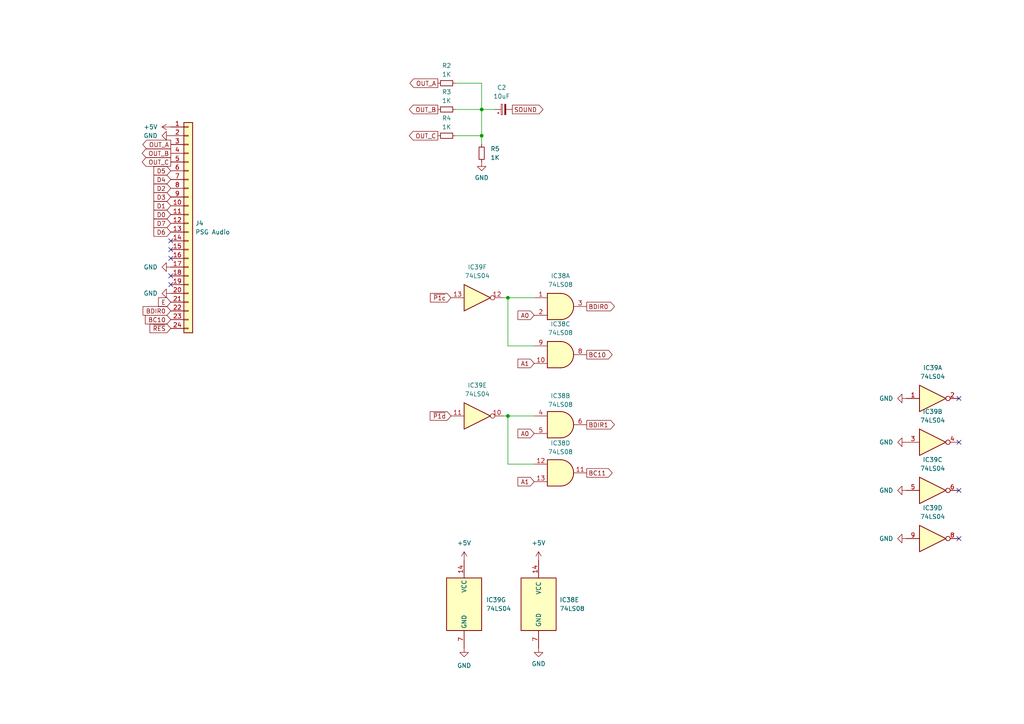
<source format=kicad_sch>
(kicad_sch (version 20250114) (generator "eeschema") (generator_version "9.0")
  (paper "A4")
  (lib_symbols
    (symbol "74xx:74LS04"
      (property "Reference" "U" (at 0 1.27 0))
      (property "Value" "74LS04" (at 0 -1.27 0))
      (symbol "74LS04_1_0"
        (polyline (pts (xy -3.81 3.81) (xy -3.81 -3.81) (xy 3.81 0) (xy -3.81 3.81)) (stroke (width 0.254)) (fill (type background)))
        (pin input line (at -7.62 0 0) (length 3.81) (name "~") (number "1"))
        (pin output inverted (at 7.62 0 180) (length 3.81) (name "~") (number "2"))
      )
      (symbol "74LS04_2_0"
        (polyline (pts (xy -3.81 3.81) (xy -3.81 -3.81) (xy 3.81 0) (xy -3.81 3.81)) (stroke (width 0.254)) (fill (type background)))
        (pin input line (at -7.62 0 0) (length 3.81) (name "~") (number "3"))
        (pin output inverted (at 7.62 0 180) (length 3.81) (name "~") (number "4"))
      )
      (symbol "74LS04_3_0"
        (polyline (pts (xy -3.81 3.81) (xy -3.81 -3.81) (xy 3.81 0) (xy -3.81 3.81)) (stroke (width 0.254)) (fill (type background)))
        (pin input line (at -7.62 0 0) (length 3.81) (name "~") (number "5"))
        (pin output inverted (at 7.62 0 180) (length 3.81) (name "~") (number "6"))
      )
      (symbol "74LS04_4_0"
        (polyline (pts (xy -3.81 3.81) (xy -3.81 -3.81) (xy 3.81 0) (xy -3.81 3.81)) (stroke (width 0.254)) (fill (type background)))
        (pin input line (at -7.62 0 0) (length 3.81) (name "~") (number "9"))
        (pin output inverted (at 7.62 0 180) (length 3.81) (name "~") (number "8"))
      )
      (symbol "74LS04_5_0"
        (polyline (pts (xy -3.81 3.81) (xy -3.81 -3.81) (xy 3.81 0) (xy -3.81 3.81)) (stroke (width 0.254)) (fill (type background)))
        (pin input line (at -7.62 0 0) (length 3.81) (name "~") (number "11"))
        (pin output inverted (at 7.62 0 180) (length 3.81) (name "~") (number "10"))
      )
      (symbol "74LS04_6_0"
        (polyline (pts (xy -3.81 3.81) (xy -3.81 -3.81) (xy 3.81 0) (xy -3.81 3.81)) (stroke (width 0.254)) (fill (type background)))
        (pin input line (at -7.62 0 0) (length 3.81) (name "~") (number "13"))
        (pin output inverted (at 7.62 0 180) (length 3.81) (name "~") (number "12"))
      )
      (symbol "74LS04_7_0"
        (pin power_in line (at 0 12.7 270) (length 5.08) (name "VCC") (number "14"))
        (pin power_in line (at 0 -12.7 90) (length 5.08) (name "GND") (number "7"))
      )
      (symbol "74LS04_7_1"
        (rectangle (start -5.08 7.62) (end 5.08 -7.62) (stroke (width 0.254)) (fill (type background)))
      )
    )
    (symbol "74xx:74LS08" (pin_names (offset 1.016))
      (property "Reference" "U" (at 0 1.27 0))
      (property "Value" "74LS08" (at 0 -1.27 0))
      (symbol "74LS08_1_1"
        (arc (start 0 3.81) (mid 3.7934 0) (end 0 -3.81) (stroke (width 0.254)) (fill (type background)))
        (polyline (pts (xy 0 3.81) (xy -3.81 3.81) (xy -3.81 -3.81) (xy 0 -3.81)) (stroke (width 0.254)) (fill (type background)))
        (pin input line (at -7.62 2.54 0) (length 3.81) (name "~") (number "1"))
        (pin input line (at -7.62 -2.54 0) (length 3.81) (name "~") (number "2"))
        (pin output line (at 7.62 0 180) (length 3.81) (name "~") (number "3"))
      )
      (symbol "74LS08_1_2"
        (arc (start -3.81 3.81) (mid -2.589 0) (end -3.81 -3.81) (stroke (width 0.254)))
        (polyline (pts (xy -3.81 3.81) (xy -0.635 3.81)) (stroke (width 0.254)) (fill (type background)))
        (polyline (pts (xy -3.81 -3.81) (xy -0.635 -3.81)) (stroke (width 0.254)) (fill (type background)))
        (arc (start 3.81 0) (mid 2.1855 -2.584) (end -0.6096 -3.81) (stroke (width 0.254)) (fill (type background)))
        (arc (start -0.6096 3.81) (mid 2.1928 2.5924) (end 3.81 0) (stroke (width 0.254)) (fill (type background)))
        (polyline (pts (xy -0.635 3.81) (xy -3.81 3.81) (xy -3.81 3.81) (xy -3.556 3.4036) (xy -3.0226 2.2606) (xy -2.6924 1.0414) (xy -2.6162 -0.254) (xy -2.7686 -1.4986) (xy -3.175 -2.7178) (xy -3.81 -3.81) (xy -3.81 -3.81) (xy -0.635 -3.81)) (stroke (width -25.4)) (fill (type background)))
        (pin input inverted (at -7.62 2.54 0) (length 4.318) (name "~") (number "1"))
        (pin input inverted (at -7.62 -2.54 0) (length 4.318) (name "~") (number "2"))
        (pin output inverted (at 7.62 0 180) (length 3.81) (name "~") (number "3"))
      )
      (symbol "74LS08_2_1"
        (arc (start 0 3.81) (mid 3.7934 0) (end 0 -3.81) (stroke (width 0.254)) (fill (type background)))
        (polyline (pts (xy 0 3.81) (xy -3.81 3.81) (xy -3.81 -3.81) (xy 0 -3.81)) (stroke (width 0.254)) (fill (type background)))
        (pin input line (at -7.62 2.54 0) (length 3.81) (name "~") (number "4"))
        (pin input line (at -7.62 -2.54 0) (length 3.81) (name "~") (number "5"))
        (pin output line (at 7.62 0 180) (length 3.81) (name "~") (number "6"))
      )
      (symbol "74LS08_2_2"
        (arc (start -3.81 3.81) (mid -2.589 0) (end -3.81 -3.81) (stroke (width 0.254)))
        (polyline (pts (xy -3.81 3.81) (xy -0.635 3.81)) (stroke (width 0.254)) (fill (type background)))
        (polyline (pts (xy -3.81 -3.81) (xy -0.635 -3.81)) (stroke (width 0.254)) (fill (type background)))
        (arc (start 3.81 0) (mid 2.1855 -2.584) (end -0.6096 -3.81) (stroke (width 0.254)) (fill (type background)))
        (arc (start -0.6096 3.81) (mid 2.1928 2.5924) (end 3.81 0) (stroke (width 0.254)) (fill (type background)))
        (polyline (pts (xy -0.635 3.81) (xy -3.81 3.81) (xy -3.81 3.81) (xy -3.556 3.4036) (xy -3.0226 2.2606) (xy -2.6924 1.0414) (xy -2.6162 -0.254) (xy -2.7686 -1.4986) (xy -3.175 -2.7178) (xy -3.81 -3.81) (xy -3.81 -3.81) (xy -0.635 -3.81)) (stroke (width -25.4)) (fill (type background)))
        (pin input inverted (at -7.62 2.54 0) (length 4.318) (name "~") (number "4"))
        (pin input inverted (at -7.62 -2.54 0) (length 4.318) (name "~") (number "5"))
        (pin output inverted (at 7.62 0 180) (length 3.81) (name "~") (number "6"))
      )
      (symbol "74LS08_3_1"
        (arc (start 0 3.81) (mid 3.7934 0) (end 0 -3.81) (stroke (width 0.254)) (fill (type background)))
        (polyline (pts (xy 0 3.81) (xy -3.81 3.81) (xy -3.81 -3.81) (xy 0 -3.81)) (stroke (width 0.254)) (fill (type background)))
        (pin input line (at -7.62 2.54 0) (length 3.81) (name "~") (number "9"))
        (pin input line (at -7.62 -2.54 0) (length 3.81) (name "~") (number "10"))
        (pin output line (at 7.62 0 180) (length 3.81) (name "~") (number "8"))
      )
      (symbol "74LS08_3_2"
        (arc (start -3.81 3.81) (mid -2.589 0) (end -3.81 -3.81) (stroke (width 0.254)))
        (polyline (pts (xy -3.81 3.81) (xy -0.635 3.81)) (stroke (width 0.254)) (fill (type background)))
        (polyline (pts (xy -3.81 -3.81) (xy -0.635 -3.81)) (stroke (width 0.254)) (fill (type background)))
        (arc (start 3.81 0) (mid 2.1855 -2.584) (end -0.6096 -3.81) (stroke (width 0.254)) (fill (type background)))
        (arc (start -0.6096 3.81) (mid 2.1928 2.5924) (end 3.81 0) (stroke (width 0.254)) (fill (type background)))
        (polyline (pts (xy -0.635 3.81) (xy -3.81 3.81) (xy -3.81 3.81) (xy -3.556 3.4036) (xy -3.0226 2.2606) (xy -2.6924 1.0414) (xy -2.6162 -0.254) (xy -2.7686 -1.4986) (xy -3.175 -2.7178) (xy -3.81 -3.81) (xy -3.81 -3.81) (xy -0.635 -3.81)) (stroke (width -25.4)) (fill (type background)))
        (pin input inverted (at -7.62 2.54 0) (length 4.318) (name "~") (number "9"))
        (pin input inverted (at -7.62 -2.54 0) (length 4.318) (name "~") (number "10"))
        (pin output inverted (at 7.62 0 180) (length 3.81) (name "~") (number "8"))
      )
      (symbol "74LS08_4_1"
        (arc (start 0 3.81) (mid 3.7934 0) (end 0 -3.81) (stroke (width 0.254)) (fill (type background)))
        (polyline (pts (xy 0 3.81) (xy -3.81 3.81) (xy -3.81 -3.81) (xy 0 -3.81)) (stroke (width 0.254)) (fill (type background)))
        (pin input line (at -7.62 2.54 0) (length 3.81) (name "~") (number "12"))
        (pin input line (at -7.62 -2.54 0) (length 3.81) (name "~") (number "13"))
        (pin output line (at 7.62 0 180) (length 3.81) (name "~") (number "11"))
      )
      (symbol "74LS08_4_2"
        (arc (start -3.81 3.81) (mid -2.589 0) (end -3.81 -3.81) (stroke (width 0.254)))
        (polyline (pts (xy -3.81 3.81) (xy -0.635 3.81)) (stroke (width 0.254)) (fill (type background)))
        (polyline (pts (xy -3.81 -3.81) (xy -0.635 -3.81)) (stroke (width 0.254)) (fill (type background)))
        (arc (start 3.81 0) (mid 2.1855 -2.584) (end -0.6096 -3.81) (stroke (width 0.254)) (fill (type background)))
        (arc (start -0.6096 3.81) (mid 2.1928 2.5924) (end 3.81 0) (stroke (width 0.254)) (fill (type background)))
        (polyline (pts (xy -0.635 3.81) (xy -3.81 3.81) (xy -3.81 3.81) (xy -3.556 3.4036) (xy -3.0226 2.2606) (xy -2.6924 1.0414) (xy -2.6162 -0.254) (xy -2.7686 -1.4986) (xy -3.175 -2.7178) (xy -3.81 -3.81) (xy -3.81 -3.81) (xy -0.635 -3.81)) (stroke (width -25.4)) (fill (type background)))
        (pin input inverted (at -7.62 2.54 0) (length 4.318) (name "~") (number "12"))
        (pin input inverted (at -7.62 -2.54 0) (length 4.318) (name "~") (number "13"))
        (pin output inverted (at 7.62 0 180) (length 3.81) (name "~") (number "11"))
      )
      (symbol "74LS08_5_0"
        (pin power_in line (at 0 12.7 270) (length 5.08) (name "VCC") (number "14"))
        (pin power_in line (at 0 -12.7 90) (length 5.08) (name "GND") (number "7"))
      )
      (symbol "74LS08_5_1"
        (rectangle (start -5.08 7.62) (end 5.08 -7.62) (stroke (width 0.254)) (fill (type background)))
      )
    )
    (symbol "Connector_Generic:Conn_01x24" (pin_names (offset 1.016) (hide yes))
      (property "Reference" "J" (at 0 30.48 0))
      (property "Value" "Conn_01x24" (at 0 -33.02 0))
      (symbol "Conn_01x24_1_1"
        (rectangle (start -1.27 29.21) (end 1.27 -31.75) (stroke (width 0.254)) (fill (type background)))
        (rectangle (start -1.27 28.067) (end 0 27.813) (stroke (width 0.1524)))
        (rectangle (start -1.27 25.527) (end 0 25.273) (stroke (width 0.1524)))
        (rectangle (start -1.27 22.987) (end 0 22.733) (stroke (width 0.1524)))
        (rectangle (start -1.27 20.447) (end 0 20.193) (stroke (width 0.1524)))
        (rectangle (start -1.27 17.907) (end 0 17.653) (stroke (width 0.1524)))
        (rectangle (start -1.27 15.367) (end 0 15.113) (stroke (width 0.1524)))
        (rectangle (start -1.27 12.827) (end 0 12.573) (stroke (width 0.1524)))
        (rectangle (start -1.27 10.287) (end 0 10.033) (stroke (width 0.1524)))
        (rectangle (start -1.27 7.747) (end 0 7.493) (stroke (width 0.1524)))
        (rectangle (start -1.27 5.207) (end 0 4.953) (stroke (width 0.1524)))
        (rectangle (start -1.27 2.667) (end 0 2.413) (stroke (width 0.1524)))
        (rectangle (start -1.27 0.127) (end 0 -0.127) (stroke (width 0.1524)))
        (rectangle (start -1.27 -2.413) (end 0 -2.667) (stroke (width 0.1524)))
        (rectangle (start -1.27 -4.953) (end 0 -5.207) (stroke (width 0.1524)))
        (rectangle (start -1.27 -7.493) (end 0 -7.747) (stroke (width 0.1524)))
        (rectangle (start -1.27 -10.033) (end 0 -10.287) (stroke (width 0.1524)))
        (rectangle (start -1.27 -12.573) (end 0 -12.827) (stroke (width 0.1524)))
        (rectangle (start -1.27 -15.113) (end 0 -15.367) (stroke (width 0.1524)))
        (rectangle (start -1.27 -17.653) (end 0 -17.907) (stroke (width 0.1524)))
        (rectangle (start -1.27 -20.193) (end 0 -20.447) (stroke (width 0.1524)))
        (rectangle (start -1.27 -22.733) (end 0 -22.987) (stroke (width 0.1524)))
        (rectangle (start -1.27 -25.273) (end 0 -25.527) (stroke (width 0.1524)))
        (rectangle (start -1.27 -27.813) (end 0 -28.067) (stroke (width 0.1524)))
        (rectangle (start -1.27 -30.353) (end 0 -30.607) (stroke (width 0.1524)))
        (pin passive line (at -5.08 27.94 0) (length 3.81) (name "Pin_1") (number "1"))
        (pin passive line (at -5.08 25.4 0) (length 3.81) (name "Pin_2") (number "2"))
        (pin passive line (at -5.08 22.86 0) (length 3.81) (name "Pin_3") (number "3"))
        (pin passive line (at -5.08 20.32 0) (length 3.81) (name "Pin_4") (number "4"))
        (pin passive line (at -5.08 17.78 0) (length 3.81) (name "Pin_5") (number "5"))
        (pin passive line (at -5.08 15.24 0) (length 3.81) (name "Pin_6") (number "6"))
        (pin passive line (at -5.08 12.7 0) (length 3.81) (name "Pin_7") (number "7"))
        (pin passive line (at -5.08 10.16 0) (length 3.81) (name "Pin_8") (number "8"))
        (pin passive line (at -5.08 7.62 0) (length 3.81) (name "Pin_9") (number "9"))
        (pin passive line (at -5.08 5.08 0) (length 3.81) (name "Pin_10") (number "10"))
        (pin passive line (at -5.08 2.54 0) (length 3.81) (name "Pin_11") (number "11"))
        (pin passive line (at -5.08 0 0) (length 3.81) (name "Pin_12") (number "12"))
        (pin passive line (at -5.08 -2.54 0) (length 3.81) (name "Pin_13") (number "13"))
        (pin passive line (at -5.08 -5.08 0) (length 3.81) (name "Pin_14") (number "14"))
        (pin passive line (at -5.08 -7.62 0) (length 3.81) (name "Pin_15") (number "15"))
        (pin passive line (at -5.08 -10.16 0) (length 3.81) (name "Pin_16") (number "16"))
        (pin passive line (at -5.08 -12.7 0) (length 3.81) (name "Pin_17") (number "17"))
        (pin passive line (at -5.08 -15.24 0) (length 3.81) (name "Pin_18") (number "18"))
        (pin passive line (at -5.08 -17.78 0) (length 3.81) (name "Pin_19") (number "19"))
        (pin passive line (at -5.08 -20.32 0) (length 3.81) (name "Pin_20") (number "20"))
        (pin passive line (at -5.08 -22.86 0) (length 3.81) (name "Pin_21") (number "21"))
        (pin passive line (at -5.08 -25.4 0) (length 3.81) (name "Pin_22") (number "22"))
        (pin passive line (at -5.08 -27.94 0) (length 3.81) (name "Pin_23") (number "23"))
        (pin passive line (at -5.08 -30.48 0) (length 3.81) (name "Pin_24") (number "24"))
      )
    )
    (symbol "Device:C_Polarized_Small" (pin_numbers (hide yes)) (pin_names (offset 0.254) (hide yes))
      (property "Reference" "C" (at 0.254 1.778 0))
      (property "Value" "C_Polarized_Small" (at 0.254 -2.032 0))
      (symbol "C_Polarized_Small_0_1"
        (rectangle (start -1.524 0.6858) (end 1.524 0.3048))
        (rectangle (start -1.524 -0.3048) (end 1.524 -0.6858) (fill (type outline)))
        (polyline (pts (xy -1.27 1.524) (xy -0.762 1.524)))
        (polyline (pts (xy -1.016 1.27) (xy -1.016 1.778)))
      )
      (symbol "C_Polarized_Small_1_1"
        (pin passive line (at 0 2.54 270) (length 1.8542) (name "~") (number "1"))
        (pin passive line (at 0 -2.54 90) (length 1.8542) (name "~") (number "2"))
      )
    )
    (symbol "Device:R_Small" (pin_numbers (hide yes)) (pin_names (offset 0.254) (hide yes))
      (property "Reference" "R" (at 0.762 0.508 0))
      (property "Value" "R_Small" (at 0.762 -1.016 0))
      (symbol "R_Small_0_1"
        (rectangle (start -0.762 1.778) (end 0.762 -1.778) (stroke (width 0.2032)))
      )
      (symbol "R_Small_1_1"
        (pin passive line (at 0 2.54 270) (length 0.762) (name "~") (number "1"))
        (pin passive line (at 0 -2.54 90) (length 0.762) (name "~") (number "2"))
      )
    )
    (symbol "power:+5V" (power) (pin_names (offset 0))
      (property "Value" "+5V" (at 0 3.556 0))
      (symbol "+5V_0_1"
        (polyline (pts (xy -0.762 1.27) (xy 0 2.54)))
        (polyline (pts (xy 0 2.54) (xy 0.762 1.27)))
        (polyline (pts (xy 0 0) (xy 0 2.54)))
      )
      (symbol "+5V_1_1"
        (pin power_in line (at 0 0 90) (length 0) (hide yes) (name "+5V") (number "1"))
      )
    )
    (symbol "power:GND" (power) (pin_names (offset 0))
      (property "Value" "GND" (at 0 -3.81 0))
      (symbol "GND_0_1"
        (polyline (pts (xy 0 0) (xy 0 -1.27) (xy 1.27 -1.27) (xy 0 -2.54) (xy -1.27 -1.27) (xy 0 -1.27)))
      )
      (symbol "GND_1_1"
        (pin power_in line (at 0 0 270) (length 0) (hide yes) (name "GND") (number "1"))
      )
    )
  )
  (junction (at 139.7 31.75))
  (junction (at 139.7 39.37))
  (junction (at 147.32 120.65))
  (junction (at 147.32 86.36))
  (no_connect (at 278.13 128.27))
  (no_connect (at 49.53 74.93))
  (no_connect (at 278.13 156.21))
  (no_connect (at 49.53 80.01))
  (no_connect (at 49.53 69.85))
  (no_connect (at 278.13 115.57))
  (no_connect (at 49.53 82.55))
  (no_connect (at 278.13 142.24))
  (no_connect (at 49.53 72.39))
  (wire (pts (xy 154.94 100.33) (xy 147.32 100.33)))
  (wire (pts (xy 147.32 100.33) (xy 147.32 86.36)))
  (wire (pts (xy 147.32 120.65) (xy 154.94 120.65)))
  (wire (pts (xy 154.94 134.62) (xy 147.32 134.62)))
  (wire (pts (xy 146.05 86.36) (xy 147.32 86.36)))
  (wire (pts (xy 139.7 39.37) (xy 139.7 41.91)))
  (wire (pts (xy 132.08 31.75) (xy 139.7 31.75)))
  (wire (pts (xy 147.32 134.62) (xy 147.32 120.65)))
  (wire (pts (xy 139.7 39.37) (xy 139.7 31.75)))
  (wire (pts (xy 147.32 86.36) (xy 154.94 86.36)))
  (wire (pts (xy 132.08 24.13) (xy 139.7 24.13)))
  (wire (pts (xy 139.7 24.13) (xy 139.7 31.75)))
  (wire (pts (xy 132.08 39.37) (xy 139.7 39.37)))
  (wire (pts (xy 146.05 120.65) (xy 147.32 120.65)))
  (wire (pts (xy 139.7 31.75) (xy 143.51 31.75)))
  (global_label "~{P1d}" (shape input) (at 130.81 120.65 180) (property "Intersheetrefs" "${INTERSHEET_REFS}" (effects (hide yes))))
  (global_label "D4" (shape input) (at 49.53 52.07 180) (property "Intersheetrefs" "${INTERSHEET_REFS}" (effects (hide yes))))
  (global_label "BC11" (shape output) (at 170.18 137.16 0) (property "Intersheetrefs" "${INTERSHEET_REFS}" (effects (hide yes))))
  (global_label "BDIR0" (shape input) (at 49.53 90.17 180) (property "Intersheetrefs" "${INTERSHEET_REFS}" (effects (hide yes))))
  (global_label "E" (shape input) (at 49.53 87.63 180) (property "Intersheetrefs" "${INTERSHEET_REFS}" (effects (hide yes))))
  (global_label "D6" (shape input) (at 49.53 67.31 180) (property "Intersheetrefs" "${INTERSHEET_REFS}" (effects (hide yes))))
  (global_label "OUT_B" (shape output) (at 127 31.75 180) (property "Intersheetrefs" "${INTERSHEET_REFS}" (effects (hide yes))))
  (global_label "D5" (shape input) (at 49.53 49.53 180) (property "Intersheetrefs" "${INTERSHEET_REFS}" (effects (hide yes))))
  (global_label "A0" (shape input) (at 154.94 91.44 180) (property "Intersheetrefs" "${INTERSHEET_REFS}" (effects (hide yes))))
  (global_label "D3" (shape input) (at 49.53 57.15 180) (property "Intersheetrefs" "${INTERSHEET_REFS}" (effects (hide yes))))
  (global_label "~{P1c}" (shape input) (at 130.81 86.36 180) (property "Intersheetrefs" "${INTERSHEET_REFS}" (effects (hide yes))))
  (global_label "BC10" (shape output) (at 170.18 102.87 0) (property "Intersheetrefs" "${INTERSHEET_REFS}" (effects (hide yes))))
  (global_label "D0" (shape input) (at 49.53 62.23 180) (property "Intersheetrefs" "${INTERSHEET_REFS}" (effects (hide yes))))
  (global_label "A1" (shape input) (at 154.94 105.41 180) (property "Intersheetrefs" "${INTERSHEET_REFS}" (effects (hide yes))))
  (global_label "A1" (shape input) (at 154.94 139.7 180) (property "Intersheetrefs" "${INTERSHEET_REFS}" (effects (hide yes))))
  (global_label "~{RES}" (shape input) (at 49.53 95.25 180) (property "Intersheetrefs" "${INTERSHEET_REFS}" (effects (hide yes))))
  (global_label "OUT_C" (shape output) (at 49.53 46.99 180) (property "Intersheetrefs" "${INTERSHEET_REFS}" (effects (hide yes))))
  (global_label "OUT_A" (shape output) (at 49.53 41.91 180) (property "Intersheetrefs" "${INTERSHEET_REFS}" (effects (hide yes))))
  (global_label "OUT_B" (shape output) (at 49.53 44.45 180) (property "Intersheetrefs" "${INTERSHEET_REFS}" (effects (hide yes))))
  (global_label "D7" (shape input) (at 49.53 64.77 180) (property "Intersheetrefs" "${INTERSHEET_REFS}" (effects (hide yes))))
  (global_label "A0" (shape input) (at 154.94 125.73 180) (property "Intersheetrefs" "${INTERSHEET_REFS}" (effects (hide yes))))
  (global_label "OUT_A" (shape output) (at 127 24.13 180) (property "Intersheetrefs" "${INTERSHEET_REFS}" (effects (hide yes))))
  (global_label "SOUND" (shape output) (at 148.59 31.75 0) (property "Intersheetrefs" "${INTERSHEET_REFS}" (effects (hide yes))))
  (global_label "BDIR0" (shape output) (at 170.18 88.9 0) (property "Intersheetrefs" "${INTERSHEET_REFS}" (effects (hide yes))))
  (global_label "D2" (shape input) (at 49.53 54.61 180) (property "Intersheetrefs" "${INTERSHEET_REFS}" (effects (hide yes))))
  (global_label "BC10" (shape input) (at 49.53 92.71 180) (property "Intersheetrefs" "${INTERSHEET_REFS}" (effects (hide yes))))
  (global_label "D1" (shape input) (at 49.53 59.69 180) (property "Intersheetrefs" "${INTERSHEET_REFS}" (effects (hide yes))))
  (global_label "BDIR1" (shape output) (at 170.18 123.19 0) (property "Intersheetrefs" "${INTERSHEET_REFS}" (effects (hide yes))))
  (global_label "OUT_C" (shape output) (at 127 39.37 180) (property "Intersheetrefs" "${INTERSHEET_REFS}" (effects (hide yes))))
  (symbol (lib_id "power:GND") (at 49.53 85.09 270) (unit 1)
    (property "Reference" "#PWR013" (effects (hide yes)))
    (property "Value" "GND" (at 45.72 85.09 90) (effects (justify right)))
    (instances (project "Dragon32" (path "" (reference "#PWR013") (unit 1))) (project "Dragon-AY-Plugin" (path "" (reference "#PWR011") (unit 1))))
  )
  (symbol (lib_id "74xx:74LS08") (at 162.56 88.9 0) (unit 1)
    (property "Reference" "IC38" (at 162.5517 80.01 0))
    (property "Value" "74LS08" (at 162.5517 82.55 0))
    (property "Footprint" "Package_DIP:DIP-14_W7.62mm" (effects (hide yes)))
    (property "Datasheet" "http://www.ti.com/lit/gpn/sn74LS08" (effects (hide yes)))
  )
  (symbol (lib_id "power:GND") (at 49.53 39.37 270) (unit 1)
    (property "Reference" "#PWR011" (effects (hide yes)))
    (property "Value" "GND" (at 45.72 39.37 90) (effects (justify right)))
    (instances (project "Dragon32" (path "" (reference "#PWR011") (unit 1))) (project "Dragon-AY-Plugin" (path "" (reference "#PWR014") (unit 1))))
  )
  (symbol (lib_id "74xx:74LS08") (at 162.56 137.16 0) (unit 4)
    (property "Reference" "IC38" (at 162.5517 128.524 0))
    (property "Value" "74LS08" (at 162.5517 131.064 0))
    (property "Footprint" "Package_DIP:DIP-14_W7.62mm" (effects (hide yes)))
    (property "Datasheet" "http://www.ti.com/lit/gpn/sn74LS08" (effects (hide yes)))
  )
  (symbol (lib_id "74xx:74LS08") (at 156.21 175.26 0) (unit 5)
    (property "Reference" "IC38" (at 162.306 173.99 0) (effects (justify left)))
    (property "Value" "74LS08" (at 162.306 176.53 0) (effects (justify left)))
    (property "Footprint" "Package_DIP:DIP-14_W7.62mm" (effects (hide yes)))
    (property "Datasheet" "http://www.ti.com/lit/gpn/sn74LS08" (effects (hide yes)))
  )
  (symbol (lib_id "power:GND") (at 134.62 187.96 0) (unit 1)
    (property "Reference" "#PWR055" (effects (hide yes)))
    (property "Value" "GND" (at 134.62 193.04 0))
  )
  (symbol (lib_id "power:+5V") (at 134.62 162.56 0) (unit 1)
    (property "Reference" "#PWR053" (effects (hide yes)))
    (property "Value" "+5V" (at 134.62 157.48 0))
  )
  (symbol (lib_id "74xx:74LS04") (at 270.51 156.21 0) (unit 4)
    (property "Reference" "IC39" (at 270.51 147.32 0))
    (property "Value" "74LS04" (at 270.51 149.86 0))
    (property "Footprint" "Package_DIP:DIP-14_W7.62mm" (effects (hide yes)))
    (property "Datasheet" "http://www.ti.com/lit/gpn/sn74LS04" (effects (hide yes)))
    (property "Description" "Hex Inverter" (effects (hide yes)))
  )
  (symbol (lib_id "74xx:74LS04") (at 270.51 142.24 0) (unit 3)
    (property "Reference" "IC39" (at 270.51 133.35 0))
    (property "Value" "74LS04" (at 270.51 135.89 0))
    (property "Footprint" "Package_DIP:DIP-14_W7.62mm" (effects (hide yes)))
    (property "Datasheet" "http://www.ti.com/lit/gpn/sn74LS04" (effects (hide yes)))
    (property "Description" "Hex Inverter" (effects (hide yes)))
  )
  (symbol (lib_id "74xx:74LS08") (at 162.56 102.87 0) (unit 3)
    (property "Reference" "IC38" (at 162.5517 93.98 0))
    (property "Value" "74LS08" (at 162.5517 96.52 0))
    (property "Footprint" "Package_DIP:DIP-14_W7.62mm" (effects (hide yes)))
    (property "Datasheet" "http://www.ti.com/lit/gpn/sn74LS08" (effects (hide yes)))
  )
  (symbol (lib_id "74xx:74LS04") (at 138.43 86.36 0) (unit 6)
    (property "Reference" "IC39" (at 138.43 77.47 0))
    (property "Value" "74LS04" (at 138.43 80.01 0))
    (property "Footprint" "Package_DIP:DIP-14_W7.62mm" (effects (hide yes)))
    (property "Datasheet" "http://www.ti.com/lit/gpn/sn74LS04" (effects (hide yes)))
    (property "Description" "Hex Inverter" (effects (hide yes)))
  )
  (symbol (lib_id "Device:C_Polarized_Small") (at 146.05 31.75 90) (unit 1)
    (property "Reference" "C2" (at 145.5039 25.4 90))
    (property "Value" "10uF" (at 145.5039 27.94 90))
    (property "Footprint" "Capacitor_THT:CP_Radial_D5.0mm_P2.50mm" (effects (hide yes)))
  )
  (symbol (lib_id "power:GND") (at 262.89 156.21 270) (unit 1)
    (property "Reference" "#PWR058" (effects (hide yes)))
    (property "Value" "GND" (at 259.08 156.2099 90) (effects (justify right)))
  )
  (symbol (lib_id "power:+5V") (at 156.21 162.56 0) (unit 1)
    (property "Reference" "#PWR014" (effects (hide yes)))
    (property "Value" "+5V" (at 156.21 157.48 0))
  )
  (symbol (lib_id "power:GND") (at 139.7 46.99 0) (unit 1)
    (property "Reference" "#PWR052" (effects (hide yes)))
    (property "Value" "GND" (at 139.7 51.562 0))
  )
  (symbol (lib_id "74xx:74LS04") (at 270.51 115.57 0) (unit 1)
    (property "Reference" "IC39" (at 270.51 106.68 0))
    (property "Value" "74LS04" (at 270.51 109.22 0))
    (property "Footprint" "Package_DIP:DIP-14_W7.62mm" (effects (hide yes)))
    (property "Datasheet" "http://www.ti.com/lit/gpn/sn74LS04" (effects (hide yes)))
    (property "Description" "Hex Inverter" (effects (hide yes)))
  )
  (symbol (lib_id "power:GND") (at 262.89 115.57 270) (unit 1)
    (property "Reference" "#PWR054" (effects (hide yes)))
    (property "Value" "GND" (at 259.08 115.5699 90) (effects (justify right)))
  )
  (symbol (lib_id "power:GND") (at 262.89 128.27 270) (unit 1)
    (property "Reference" "#PWR056" (effects (hide yes)))
    (property "Value" "GND" (at 259.08 128.2699 90) (effects (justify right)))
  )
  (symbol (lib_id "power:GND") (at 262.89 142.24 270) (unit 1)
    (property "Reference" "#PWR057" (effects (hide yes)))
    (property "Value" "GND" (at 259.08 142.2399 90) (effects (justify right)))
  )
  (symbol (lib_id "Connector_Generic:Conn_01x24") (at 54.61 64.77 0) (unit 1)
    (property "Reference" "J4" (at 56.642 64.77 0) (effects (justify left)))
    (property "Value" "PSG Audio" (at 56.642 67.31 0) (effects (justify left)))
    (property "Footprint" "Dragon:AY-QTHT" (effects (hide yes)))
    (instances (project "Dragon32" (path "" (reference "J4") (unit 1))) (project "Dragon-AY-Plugin" (path "" (reference "J3") (unit 1))))
  )
  (symbol (lib_id "74xx:74LS04") (at 134.62 175.26 0) (unit 7)
    (property "Reference" "IC39" (at 140.97 173.9899 0) (effects (justify left)))
    (property "Value" "74LS04" (at 140.97 176.5299 0) (effects (justify left)))
    (property "Footprint" "Package_DIP:DIP-14_W7.62mm" (effects (hide yes)))
    (property "Datasheet" "http://www.ti.com/lit/gpn/sn74LS04" (effects (hide yes)))
    (property "Description" "Hex Inverter" (effects (hide yes)))
  )
  (symbol (lib_id "74xx:74LS08") (at 162.56 123.19 0) (unit 2)
    (property "Reference" "IC38" (at 162.5517 114.808 0))
    (property "Value" "74LS08" (at 162.5517 117.348 0))
    (property "Footprint" "Package_DIP:DIP-14_W7.62mm" (effects (hide yes)))
    (property "Datasheet" "http://www.ti.com/lit/gpn/sn74LS08" (effects (hide yes)))
  )
  (symbol (lib_id "power:+5V") (at 49.53 36.83 90) (unit 1)
    (property "Reference" "#PWR06" (effects (hide yes)))
    (property "Value" "+5V" (at 45.72 36.83 90) (effects (justify left)))
    (instances (project "Dragon32" (path "" (reference "#PWR06") (unit 1))) (project "Dragon-AY-Plugin" (path "" (reference "#PWR010") (unit 1))))
  )
  (symbol (lib_id "power:GND") (at 156.21 187.96 0) (unit 1)
    (property "Reference" "#PWR051" (effects (hide yes)))
    (property "Value" "GND" (at 156.21 192.532 0))
  )
  (symbol (lib_id "74xx:74LS04") (at 138.43 120.65 0) (unit 5)
    (property "Reference" "IC39" (at 138.43 111.76 0))
    (property "Value" "74LS04" (at 138.43 114.3 0))
    (property "Footprint" "Package_DIP:DIP-14_W7.62mm" (effects (hide yes)))
    (property "Datasheet" "http://www.ti.com/lit/gpn/sn74LS04" (effects (hide yes)))
    (property "Description" "Hex Inverter" (effects (hide yes)))
  )
  (symbol (lib_id "Device:R_Small") (at 129.54 24.13 90) (unit 1)
    (property "Reference" "R2" (at 129.54 19.05 90))
    (property "Value" "1K" (at 129.54 21.59 90))
    (property "Footprint" "Resistor_THT:R_Axial_DIN0207_L6.3mm_D2.5mm_P10.16mm_Horizontal" (effects (hide yes)))
  )
  (symbol (lib_id "Device:R_Small") (at 139.7 44.45 180) (unit 1)
    (property "Reference" "R5" (at 142.24 43.18 0) (effects (justify right)))
    (property "Value" "1K" (at 142.24 45.72 0) (effects (justify right)))
    (property "Footprint" "Resistor_THT:R_Axial_DIN0207_L6.3mm_D2.5mm_P2.54mm_Vertical" (effects (hide yes)))
  )
  (symbol (lib_id "74xx:74LS04") (at 270.51 128.27 0) (unit 2)
    (property "Reference" "IC39" (at 270.51 119.38 0))
    (property "Value" "74LS04" (at 270.51 121.92 0))
    (property "Footprint" "Package_DIP:DIP-14_W7.62mm" (effects (hide yes)))
    (property "Datasheet" "http://www.ti.com/lit/gpn/sn74LS04" (effects (hide yes)))
    (property "Description" "Hex Inverter" (effects (hide yes)))
  )
  (symbol (lib_id "power:GND") (at 49.53 77.47 270) (unit 1)
    (property "Reference" "#PWR012" (effects (hide yes)))
    (property "Value" "GND" (at 45.72 77.47 90) (effects (justify right)))
    (instances (project "Dragon32" (path "" (reference "#PWR012") (unit 1))) (project "Dragon-AY-Plugin" (path "" (reference "#PWR015") (unit 1))))
  )
  (symbol (lib_id "Device:R_Small") (at 129.54 39.37 90) (unit 1)
    (property "Reference" "R4" (at 129.54 34.29 90))
    (property "Value" "1K" (at 129.54 36.83 90))
    (property "Footprint" "Resistor_THT:R_Axial_DIN0207_L6.3mm_D2.5mm_P10.16mm_Horizontal" (effects (hide yes)))
  )
  (symbol (lib_id "Device:R_Small") (at 129.54 31.75 90) (unit 1)
    (property "Reference" "R3" (at 129.54 26.67 90))
    (property "Value" "1K" (at 129.54 29.21 90))
    (property "Footprint" "Resistor_THT:R_Axial_DIN0207_L6.3mm_D2.5mm_P10.16mm_Horizontal" (effects (hide yes)))
  )
)
</source>
